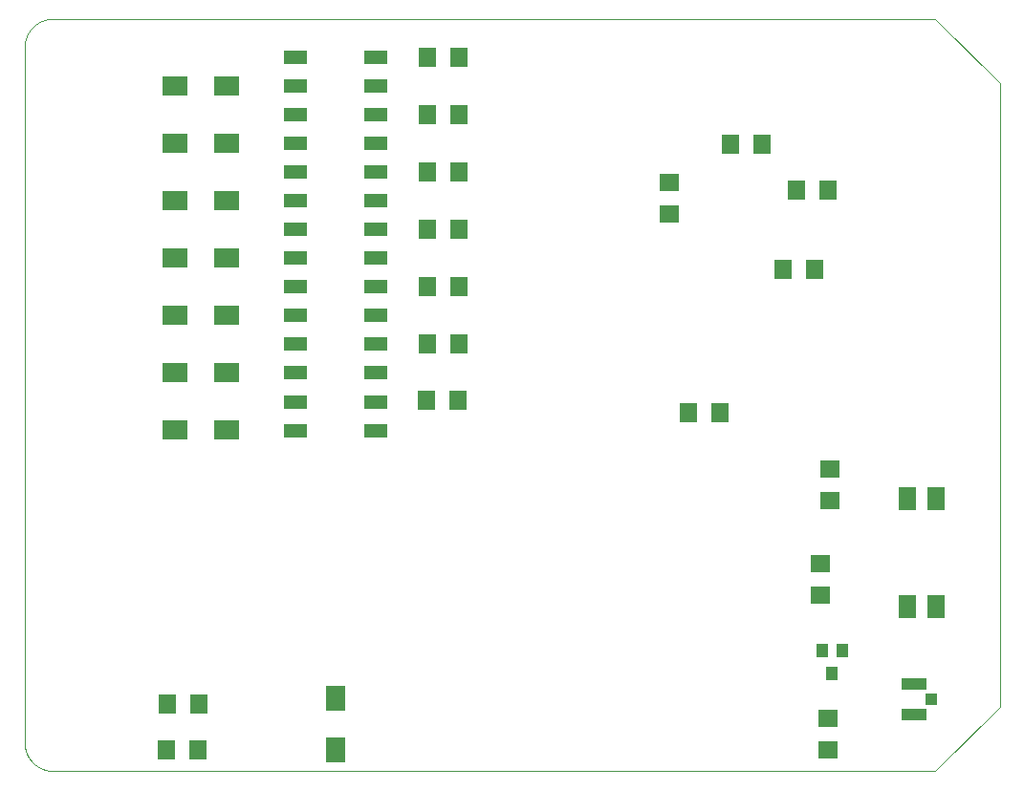
<source format=gtp>
G75*
%MOIN*%
%OFA0B0*%
%FSLAX25Y25*%
%IPPOS*%
%LPD*%
%AMOC8*
5,1,8,0,0,1.08239X$1,22.5*
%
%ADD10C,0.00100*%
%ADD11R,0.07087X0.06299*%
%ADD12R,0.06299X0.07087*%
%ADD13R,0.08000X0.05000*%
%ADD14R,0.06299X0.07874*%
%ADD15R,0.08661X0.04134*%
%ADD16R,0.04134X0.03937*%
%ADD17R,0.09000X0.06969*%
%ADD18R,0.04000X0.04500*%
%ADD19R,0.06969X0.09000*%
D10*
X0057595Y0046433D02*
X0057595Y0288933D01*
X0057598Y0289175D01*
X0057607Y0289416D01*
X0057621Y0289657D01*
X0057642Y0289898D01*
X0057668Y0290138D01*
X0057700Y0290378D01*
X0057738Y0290617D01*
X0057781Y0290854D01*
X0057831Y0291091D01*
X0057886Y0291326D01*
X0057946Y0291560D01*
X0058013Y0291792D01*
X0058084Y0292023D01*
X0058162Y0292252D01*
X0058245Y0292479D01*
X0058333Y0292704D01*
X0058427Y0292927D01*
X0058526Y0293147D01*
X0058631Y0293365D01*
X0058740Y0293580D01*
X0058855Y0293793D01*
X0058975Y0294003D01*
X0059100Y0294209D01*
X0059230Y0294413D01*
X0059365Y0294614D01*
X0059505Y0294811D01*
X0059649Y0295005D01*
X0059798Y0295195D01*
X0059952Y0295381D01*
X0060110Y0295564D01*
X0060272Y0295743D01*
X0060439Y0295918D01*
X0060610Y0296089D01*
X0060785Y0296256D01*
X0060964Y0296418D01*
X0061147Y0296576D01*
X0061333Y0296730D01*
X0061523Y0296879D01*
X0061717Y0297023D01*
X0061914Y0297163D01*
X0062115Y0297298D01*
X0062319Y0297428D01*
X0062525Y0297553D01*
X0062735Y0297673D01*
X0062948Y0297788D01*
X0063163Y0297897D01*
X0063381Y0298002D01*
X0063601Y0298101D01*
X0063824Y0298195D01*
X0064049Y0298283D01*
X0064276Y0298366D01*
X0064505Y0298444D01*
X0064736Y0298515D01*
X0064968Y0298582D01*
X0065202Y0298642D01*
X0065437Y0298697D01*
X0065674Y0298747D01*
X0065911Y0298790D01*
X0066150Y0298828D01*
X0066390Y0298860D01*
X0066630Y0298886D01*
X0066871Y0298907D01*
X0067112Y0298921D01*
X0067353Y0298930D01*
X0067595Y0298933D01*
X0375095Y0298933D01*
X0397595Y0276433D01*
X0397595Y0058933D01*
X0375095Y0036433D01*
X0067595Y0036433D01*
X0067353Y0036436D01*
X0067112Y0036445D01*
X0066871Y0036459D01*
X0066630Y0036480D01*
X0066390Y0036506D01*
X0066150Y0036538D01*
X0065911Y0036576D01*
X0065674Y0036619D01*
X0065437Y0036669D01*
X0065202Y0036724D01*
X0064968Y0036784D01*
X0064736Y0036851D01*
X0064505Y0036922D01*
X0064276Y0037000D01*
X0064049Y0037083D01*
X0063824Y0037171D01*
X0063601Y0037265D01*
X0063381Y0037364D01*
X0063163Y0037469D01*
X0062948Y0037578D01*
X0062735Y0037693D01*
X0062525Y0037813D01*
X0062319Y0037938D01*
X0062115Y0038068D01*
X0061914Y0038203D01*
X0061717Y0038343D01*
X0061523Y0038487D01*
X0061333Y0038636D01*
X0061147Y0038790D01*
X0060964Y0038948D01*
X0060785Y0039110D01*
X0060610Y0039277D01*
X0060439Y0039448D01*
X0060272Y0039623D01*
X0060110Y0039802D01*
X0059952Y0039985D01*
X0059798Y0040171D01*
X0059649Y0040361D01*
X0059505Y0040555D01*
X0059365Y0040752D01*
X0059230Y0040953D01*
X0059100Y0041157D01*
X0058975Y0041363D01*
X0058855Y0041573D01*
X0058740Y0041786D01*
X0058631Y0042001D01*
X0058526Y0042219D01*
X0058427Y0042439D01*
X0058333Y0042662D01*
X0058245Y0042887D01*
X0058162Y0043114D01*
X0058084Y0043343D01*
X0058013Y0043574D01*
X0057946Y0043806D01*
X0057886Y0044040D01*
X0057831Y0044275D01*
X0057781Y0044512D01*
X0057738Y0044749D01*
X0057700Y0044988D01*
X0057668Y0045228D01*
X0057642Y0045468D01*
X0057621Y0045709D01*
X0057607Y0045950D01*
X0057598Y0046191D01*
X0057595Y0046433D01*
D11*
X0282345Y0230921D03*
X0282345Y0241945D03*
X0338461Y0141919D03*
X0338461Y0130896D03*
X0334934Y0108803D03*
X0334934Y0097780D03*
X0337595Y0054945D03*
X0337595Y0043921D03*
D12*
X0300107Y0161433D03*
X0289083Y0161433D03*
X0322083Y0211433D03*
X0333107Y0211433D03*
X0337857Y0239183D03*
X0326833Y0239183D03*
X0314857Y0255183D03*
X0303833Y0255183D03*
X0209111Y0245390D03*
X0198087Y0245390D03*
X0198087Y0265390D03*
X0209111Y0265390D03*
X0209111Y0285390D03*
X0198087Y0285390D03*
X0198087Y0225390D03*
X0209111Y0225390D03*
X0209111Y0205390D03*
X0198087Y0205390D03*
X0198087Y0185390D03*
X0209111Y0185390D03*
X0208717Y0165705D03*
X0197694Y0165705D03*
X0118457Y0059783D03*
X0107433Y0059783D03*
X0107173Y0043743D03*
X0118197Y0043743D03*
D13*
X0152099Y0155311D03*
X0152099Y0165311D03*
X0152099Y0175390D03*
X0152099Y0185390D03*
X0152099Y0195390D03*
X0152099Y0205390D03*
X0152099Y0215390D03*
X0152099Y0225390D03*
X0152099Y0235390D03*
X0152099Y0245390D03*
X0152099Y0255390D03*
X0152099Y0265390D03*
X0152099Y0275390D03*
X0152099Y0285390D03*
X0180099Y0285390D03*
X0180099Y0275390D03*
X0180099Y0265390D03*
X0180099Y0255390D03*
X0180099Y0245390D03*
X0180099Y0235390D03*
X0180099Y0225390D03*
X0180099Y0215390D03*
X0180099Y0205390D03*
X0180099Y0195390D03*
X0180099Y0185390D03*
X0180099Y0175390D03*
X0180099Y0165311D03*
X0180099Y0155311D03*
D14*
X0365470Y0131338D03*
X0375470Y0131338D03*
X0375470Y0093779D03*
X0365470Y0093779D03*
D15*
X0367595Y0066846D03*
X0367595Y0056020D03*
D16*
X0373599Y0061433D03*
D17*
X0128135Y0155433D03*
X0110056Y0155433D03*
X0110056Y0175433D03*
X0128135Y0175433D03*
X0128135Y0195433D03*
X0110056Y0195433D03*
X0110056Y0215433D03*
X0128135Y0215433D03*
X0128135Y0235433D03*
X0110056Y0235433D03*
X0110056Y0255433D03*
X0128135Y0255433D03*
X0128135Y0275433D03*
X0110056Y0275433D03*
D18*
X0335595Y0078433D03*
X0342595Y0078433D03*
X0339095Y0070433D03*
D19*
X0166095Y0061972D03*
X0166095Y0043894D03*
M02*

</source>
